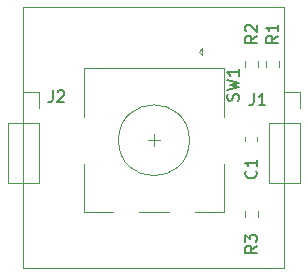
<source format=gbr>
G04 #@! TF.GenerationSoftware,KiCad,Pcbnew,(5.99.0-11522-g728b160719)*
G04 #@! TF.CreationDate,2021-08-06T10:01:23+10:00*
G04 #@! TF.ProjectId,Rotary Encoder,526f7461-7279-4204-956e-636f6465722e,rev?*
G04 #@! TF.SameCoordinates,Original*
G04 #@! TF.FileFunction,Legend,Top*
G04 #@! TF.FilePolarity,Positive*
%FSLAX46Y46*%
G04 Gerber Fmt 4.6, Leading zero omitted, Abs format (unit mm)*
G04 Created by KiCad (PCBNEW (5.99.0-11522-g728b160719)) date 2021-08-06 10:01:23*
%MOMM*%
%LPD*%
G01*
G04 APERTURE LIST*
G04 #@! TA.AperFunction,Profile*
%ADD10C,0.100000*%
G04 #@! TD*
%ADD11C,0.150000*%
%ADD12C,0.120000*%
G04 APERTURE END LIST*
D10*
X86868000Y-54356000D02*
X108966000Y-54356000D01*
X108966000Y-54356000D02*
X108966000Y-76454000D01*
X108966000Y-76454000D02*
X86868000Y-76454000D01*
X86868000Y-76454000D02*
X86868000Y-54356000D01*
D11*
G04 #@! TO.C,SW1*
X105052761Y-62293333D02*
X105100380Y-62150476D01*
X105100380Y-61912380D01*
X105052761Y-61817142D01*
X105005142Y-61769523D01*
X104909904Y-61721904D01*
X104814666Y-61721904D01*
X104719428Y-61769523D01*
X104671809Y-61817142D01*
X104624190Y-61912380D01*
X104576571Y-62102857D01*
X104528952Y-62198095D01*
X104481333Y-62245714D01*
X104386095Y-62293333D01*
X104290857Y-62293333D01*
X104195619Y-62245714D01*
X104148000Y-62198095D01*
X104100380Y-62102857D01*
X104100380Y-61864761D01*
X104148000Y-61721904D01*
X104100380Y-61388571D02*
X105100380Y-61150476D01*
X104386095Y-60960000D01*
X105100380Y-60769523D01*
X104100380Y-60531428D01*
X105100380Y-59626666D02*
X105100380Y-60198095D01*
X105100380Y-59912380D02*
X104100380Y-59912380D01*
X104243238Y-60007619D01*
X104338476Y-60102857D01*
X104386095Y-60198095D01*
G04 #@! TO.C,J1*
X106346666Y-61682380D02*
X106346666Y-62396666D01*
X106299047Y-62539523D01*
X106203809Y-62634761D01*
X106060952Y-62682380D01*
X105965714Y-62682380D01*
X107346666Y-62682380D02*
X106775238Y-62682380D01*
X107060952Y-62682380D02*
X107060952Y-61682380D01*
X106965714Y-61825238D01*
X106870476Y-61920476D01*
X106775238Y-61968095D01*
G04 #@! TO.C,R2*
X106624380Y-56808666D02*
X106148190Y-57142000D01*
X106624380Y-57380095D02*
X105624380Y-57380095D01*
X105624380Y-56999142D01*
X105672000Y-56903904D01*
X105719619Y-56856285D01*
X105814857Y-56808666D01*
X105957714Y-56808666D01*
X106052952Y-56856285D01*
X106100571Y-56903904D01*
X106148190Y-56999142D01*
X106148190Y-57380095D01*
X105719619Y-56427714D02*
X105672000Y-56380095D01*
X105624380Y-56284857D01*
X105624380Y-56046761D01*
X105672000Y-55951523D01*
X105719619Y-55903904D01*
X105814857Y-55856285D01*
X105910095Y-55856285D01*
X106052952Y-55903904D01*
X106624380Y-56475333D01*
X106624380Y-55856285D01*
G04 #@! TO.C,R3*
X106624380Y-74588666D02*
X106148190Y-74922000D01*
X106624380Y-75160095D02*
X105624380Y-75160095D01*
X105624380Y-74779142D01*
X105672000Y-74683904D01*
X105719619Y-74636285D01*
X105814857Y-74588666D01*
X105957714Y-74588666D01*
X106052952Y-74636285D01*
X106100571Y-74683904D01*
X106148190Y-74779142D01*
X106148190Y-75160095D01*
X105624380Y-74255333D02*
X105624380Y-73636285D01*
X106005333Y-73969619D01*
X106005333Y-73826761D01*
X106052952Y-73731523D01*
X106100571Y-73683904D01*
X106195809Y-73636285D01*
X106433904Y-73636285D01*
X106529142Y-73683904D01*
X106576761Y-73731523D01*
X106624380Y-73826761D01*
X106624380Y-74112476D01*
X106576761Y-74207714D01*
X106529142Y-74255333D01*
G04 #@! TO.C,R1*
X108402380Y-56808666D02*
X107926190Y-57142000D01*
X108402380Y-57380095D02*
X107402380Y-57380095D01*
X107402380Y-56999142D01*
X107450000Y-56903904D01*
X107497619Y-56856285D01*
X107592857Y-56808666D01*
X107735714Y-56808666D01*
X107830952Y-56856285D01*
X107878571Y-56903904D01*
X107926190Y-56999142D01*
X107926190Y-57380095D01*
X108402380Y-55856285D02*
X108402380Y-56427714D01*
X108402380Y-56142000D02*
X107402380Y-56142000D01*
X107545238Y-56237238D01*
X107640476Y-56332476D01*
X107688095Y-56427714D01*
G04 #@! TO.C,C1*
X106529142Y-68238666D02*
X106576761Y-68286285D01*
X106624380Y-68429142D01*
X106624380Y-68524380D01*
X106576761Y-68667238D01*
X106481523Y-68762476D01*
X106386285Y-68810095D01*
X106195809Y-68857714D01*
X106052952Y-68857714D01*
X105862476Y-68810095D01*
X105767238Y-68762476D01*
X105672000Y-68667238D01*
X105624380Y-68524380D01*
X105624380Y-68429142D01*
X105672000Y-68286285D01*
X105719619Y-68238666D01*
X106624380Y-67286285D02*
X106624380Y-67857714D01*
X106624380Y-67572000D02*
X105624380Y-67572000D01*
X105767238Y-67667238D01*
X105862476Y-67762476D01*
X105910095Y-67857714D01*
G04 #@! TO.C,J2*
X89328666Y-61428380D02*
X89328666Y-62142666D01*
X89281047Y-62285523D01*
X89185809Y-62380761D01*
X89042952Y-62428380D01*
X88947714Y-62428380D01*
X89757238Y-61523619D02*
X89804857Y-61476000D01*
X89900095Y-61428380D01*
X90138190Y-61428380D01*
X90233428Y-61476000D01*
X90281047Y-61523619D01*
X90328666Y-61618857D01*
X90328666Y-61714095D01*
X90281047Y-61856952D01*
X89709619Y-62428380D01*
X90328666Y-62428380D01*
D12*
G04 #@! TO.C,SW1*
X98417000Y-65655000D02*
X97417000Y-65655000D01*
X92017000Y-63655000D02*
X92017000Y-59555000D01*
X92017000Y-71755000D02*
X92017000Y-67655000D01*
X101717000Y-58155000D02*
X102017000Y-57855000D01*
X103817000Y-63655000D02*
X103817000Y-59555000D01*
X99217000Y-71755000D02*
X96617000Y-71755000D01*
X94417000Y-71755000D02*
X92017000Y-71755000D01*
X103817000Y-67655000D02*
X103817000Y-71755000D01*
X103817000Y-59555000D02*
X92017000Y-59555000D01*
X97917000Y-65155000D02*
X97917000Y-66155000D01*
X102017000Y-58455000D02*
X101717000Y-58155000D01*
X102017000Y-57855000D02*
X102017000Y-58455000D01*
X103817000Y-71755000D02*
X101417000Y-71755000D01*
X100917000Y-65655000D02*
G75*
G03*
X100917000Y-65655000I-3000000J0D01*
G01*
G04 #@! TO.C,J1*
X110321000Y-64150000D02*
X110321000Y-69290000D01*
X107661000Y-69290000D02*
X110321000Y-69290000D01*
X107661000Y-64150000D02*
X107661000Y-69290000D01*
X107661000Y-64150000D02*
X110321000Y-64150000D01*
X108991000Y-61550000D02*
X110321000Y-61550000D01*
X110321000Y-61550000D02*
X110321000Y-62880000D01*
G04 #@! TO.C,R2*
X106694500Y-58944742D02*
X106694500Y-59419258D01*
X105649500Y-58944742D02*
X105649500Y-59419258D01*
G04 #@! TO.C,R3*
X106694500Y-72119258D02*
X106694500Y-71644742D01*
X105649500Y-72119258D02*
X105649500Y-71644742D01*
G04 #@! TO.C,R1*
X107427500Y-58944742D02*
X107427500Y-59419258D01*
X108472500Y-58944742D02*
X108472500Y-59419258D01*
G04 #@! TO.C,C1*
X105662000Y-65391420D02*
X105662000Y-65672580D01*
X106682000Y-65391420D02*
X106682000Y-65672580D01*
G04 #@! TO.C,J2*
X88223000Y-64150000D02*
X88223000Y-69290000D01*
X85563000Y-64150000D02*
X85563000Y-69290000D01*
X88223000Y-61550000D02*
X88223000Y-62880000D01*
X85563000Y-69290000D02*
X88223000Y-69290000D01*
X85563000Y-64150000D02*
X88223000Y-64150000D01*
X86893000Y-61550000D02*
X88223000Y-61550000D01*
G04 #@! TD*
M02*

</source>
